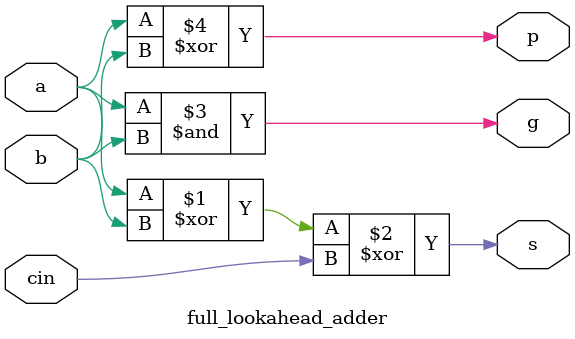
<source format=sv>
module carry_lookahead_adder
(
    input   logic[15:0]     A,
    input   logic[15:0]     B,
    output  logic[15:0]     Sum,
    output  logic           CO
);

    /* TODO
     *
     * Insert code here to implement a CLA adder.
     * Your code should be completly combinational (don't use always_ff or always_latch).
     * Feel free to create sub-modules or other files. */
	  
	  logic inter1, inter2, inter3;
	  
	  four_lookahead_adder four0 (.x(A[3 : 0]), .y(B[3 : 0]), .CIN(     0), .S(Sum[3 : 0]), .COUT(inter1));
     four_lookahead_adder four1 (.x(A[7 : 4]), .y(B[7 : 4]), .CIN(inter1), .S(Sum[7 : 4]), .COUT(inter2));
	  four_lookahead_adder four2 (.x(A[11: 8]), .y(B[11: 8]), .CIN(inter2), .S(Sum[11: 8]), .COUT(inter3));
	  four_lookahead_adder four3 (.x(A[15:12]), .y(B[15:12]), .CIN(inter3), .S(Sum[15:12]), .COUT(    CO));
endmodule


module four_lookahead_adder(
	input logic [3:0] x,
	input logic [3:0] y,
	input logic CIN,
	output logic [3:0] S,
	output logic COUT
);
	logic g0, g1, g2, g3;
	logic p0, p1, p2, p3;
	logic c1, c2, c3;

	full_lookahead_adder FLA0 (.a(x[0]), .b(y[0]), .cin(CIN), .s(S[0]), .g(g0), .p(p0));
	assign c1 = g0 | (CIN & p0);
	full_lookahead_adder FLA1 (.a(x[1]), .b(y[1]), .cin(c1), .s(S[1]), .g(g1), .p(p1));
	assign c2 = g1 | (c1 & p1);
	full_lookahead_adder FLA2 (.a(x[2]), .b(y[2]), .cin(c2), .s(S[2]), .g(g2), .p(p2));
	assign c3 = g2 | (c2 & p2);
	full_lookahead_adder FLA3 (.a(x[3]), .b(y[3]), .cin(c3), .s(S[3]), .g(g3), .p(p3));
	assign COUT = g3 | (c3 & p3);

endmodule

module full_lookahead_adder
(
	input logic a,
	input logic b,
	input logic cin, 
	output logic s,
	output logic g,
	output logic p
);

assign s = a^b^cin;
assign g = a&b;
assign p = a^b;


endmodule

</source>
